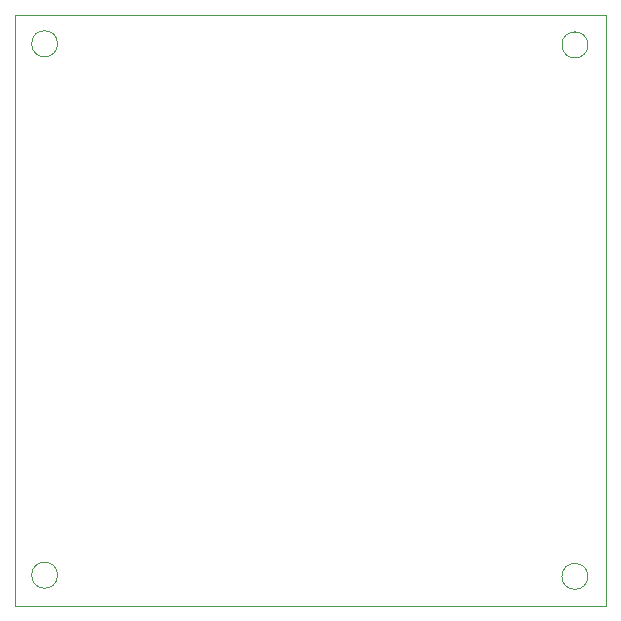
<source format=gbr>
%TF.GenerationSoftware,KiCad,Pcbnew,(5.1.4)-1*%
%TF.CreationDate,2019-10-27T14:01:39-07:00*%
%TF.ProjectId,SolarCell+Y,536f6c61-7243-4656-9c6c-2b592e6b6963,rev?*%
%TF.SameCoordinates,Original*%
%TF.FileFunction,Profile,NP*%
%FSLAX46Y46*%
G04 Gerber Fmt 4.6, Leading zero omitted, Abs format (unit mm)*
G04 Created by KiCad (PCBNEW (5.1.4)-1) date 2019-10-27 14:01:39*
%MOMM*%
%LPD*%
G04 APERTURE LIST*
%ADD10C,0.050000*%
G04 APERTURE END LIST*
D10*
X198500000Y-42500000D02*
G75*
G03X198500000Y-42500000I-1100000J0D01*
G01*
X198500000Y-87500000D02*
G75*
G03X198500000Y-87500000I-1100000J0D01*
G01*
X153600000Y-87400000D02*
G75*
G03X153600000Y-87400000I-1100000J0D01*
G01*
X200000000Y-40000000D02*
X150000000Y-40000000D01*
X200000000Y-90000000D02*
X200000000Y-40000000D01*
X150000000Y-90000000D02*
X200000000Y-90000000D01*
X150000000Y-40000000D02*
X150000000Y-90000000D01*
X153600000Y-42400000D02*
G75*
G03X153600000Y-42400000I-1100000J0D01*
G01*
M02*

</source>
